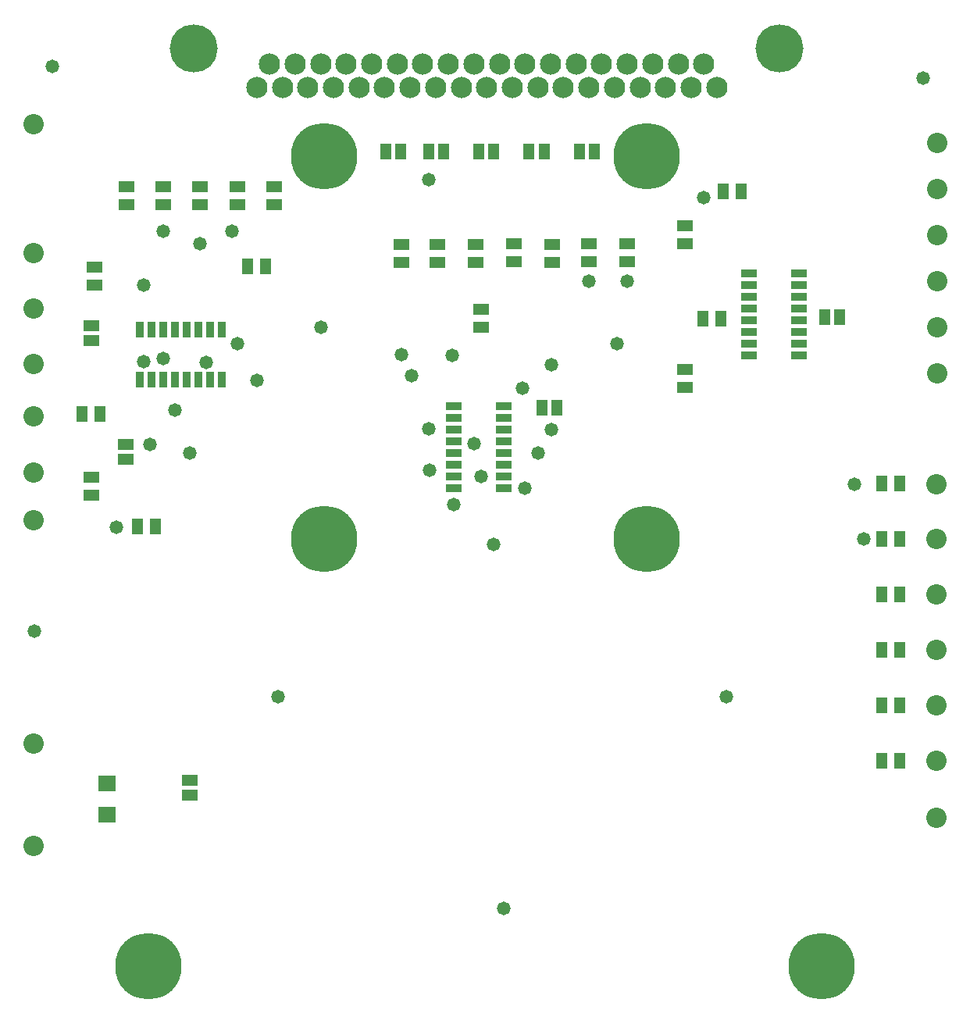
<source format=gts>
G04*
G04 #@! TF.GenerationSoftware,Altium Limited,Altium Designer,19.0.9 (268)*
G04*
G04 Layer_Color=8388736*
%FSLAX25Y25*%
%MOIN*%
G70*
G01*
G75*
%ADD13R,0.06509X0.04540*%
%ADD14R,0.04816X0.06587*%
%ADD15R,0.06587X0.04816*%
%ADD16R,0.04540X0.06509*%
%ADD17R,0.03359X0.06804*%
%ADD18R,0.06804X0.03359*%
%ADD19R,0.07414X0.06784*%
%ADD20C,0.08674*%
%ADD21C,0.20485*%
%ADD22C,0.09068*%
%ADD23C,0.28359*%
%ADD24C,0.05800*%
D13*
X-168247Y235296D02*
D03*
Y242973D02*
D03*
X-166823Y325017D02*
D03*
Y332695D02*
D03*
X85347Y288937D02*
D03*
Y281260D02*
D03*
Y350394D02*
D03*
Y342717D02*
D03*
X60591Y342520D02*
D03*
Y334842D02*
D03*
X44252Y342520D02*
D03*
Y334842D02*
D03*
X28543Y342323D02*
D03*
Y334646D02*
D03*
X12165Y342520D02*
D03*
Y334842D02*
D03*
X-1772Y314764D02*
D03*
Y307087D02*
D03*
X-4173Y342323D02*
D03*
Y334646D02*
D03*
X-20512Y342323D02*
D03*
Y334646D02*
D03*
X-35669Y342323D02*
D03*
Y334646D02*
D03*
X-90158Y367126D02*
D03*
Y359449D02*
D03*
X-105906Y367028D02*
D03*
Y359351D02*
D03*
X-121654Y367028D02*
D03*
Y359351D02*
D03*
X-137402Y366930D02*
D03*
Y359253D02*
D03*
X-153150Y367126D02*
D03*
Y359449D02*
D03*
D14*
X30489Y272800D02*
D03*
X24111D02*
D03*
X46496Y381890D02*
D03*
X40118D02*
D03*
X25069D02*
D03*
X18691D02*
D03*
X3642D02*
D03*
X-2736D02*
D03*
X-17785D02*
D03*
X-24163D02*
D03*
X-36024D02*
D03*
X-42402D02*
D03*
X144811Y311400D02*
D03*
X151189D02*
D03*
D15*
X-168000Y307589D02*
D03*
Y301211D02*
D03*
X-153543Y250558D02*
D03*
Y256936D02*
D03*
X-125984Y107441D02*
D03*
Y113819D02*
D03*
D16*
X-164362Y269889D02*
D03*
X-172039D02*
D03*
X-140812Y222018D02*
D03*
X-148489D02*
D03*
X109252Y364961D02*
D03*
X101575D02*
D03*
X176772Y121949D02*
D03*
X169095D02*
D03*
X92886Y310551D02*
D03*
X100563D02*
D03*
X169095Y145768D02*
D03*
X176772D02*
D03*
X169291Y216535D02*
D03*
X176969D02*
D03*
X169291Y240256D02*
D03*
X176969D02*
D03*
X169095Y169291D02*
D03*
X176772D02*
D03*
X169095Y192913D02*
D03*
X176772D02*
D03*
X-93740Y332933D02*
D03*
X-101417D02*
D03*
D17*
X-147421Y305953D02*
D03*
X-142421D02*
D03*
X-137421D02*
D03*
X-132421D02*
D03*
X-127421D02*
D03*
X-122421D02*
D03*
X-117421D02*
D03*
X-112421D02*
D03*
Y284598D02*
D03*
X-117421D02*
D03*
X-122421D02*
D03*
X-127421D02*
D03*
X-132421D02*
D03*
X-137421D02*
D03*
X-142421D02*
D03*
X-147421D02*
D03*
D18*
X133858Y330059D02*
D03*
Y325059D02*
D03*
Y320059D02*
D03*
Y315059D02*
D03*
Y310059D02*
D03*
Y305059D02*
D03*
Y300059D02*
D03*
Y295059D02*
D03*
X112504D02*
D03*
Y300059D02*
D03*
Y305059D02*
D03*
Y310059D02*
D03*
Y315059D02*
D03*
Y320059D02*
D03*
Y325059D02*
D03*
Y330059D02*
D03*
X8000Y273406D02*
D03*
Y268406D02*
D03*
Y263405D02*
D03*
Y258405D02*
D03*
Y253405D02*
D03*
Y248406D02*
D03*
Y243406D02*
D03*
Y238405D02*
D03*
X-13354D02*
D03*
Y243406D02*
D03*
Y248406D02*
D03*
Y253405D02*
D03*
Y258405D02*
D03*
Y263405D02*
D03*
Y268406D02*
D03*
Y273406D02*
D03*
D19*
X-161417Y112445D02*
D03*
Y99060D02*
D03*
D20*
X192717Y97677D02*
D03*
X-192913Y393602D02*
D03*
X192520Y121949D02*
D03*
Y145669D02*
D03*
Y169291D02*
D03*
X192717Y192913D02*
D03*
Y216535D02*
D03*
Y240158D02*
D03*
X-192913Y338583D02*
D03*
Y315059D02*
D03*
Y291339D02*
D03*
Y269153D02*
D03*
Y245130D02*
D03*
Y224508D02*
D03*
X192913Y287303D02*
D03*
Y306988D02*
D03*
Y326673D02*
D03*
Y346358D02*
D03*
Y366043D02*
D03*
Y385728D02*
D03*
X-192864Y85728D02*
D03*
X-192913Y129390D02*
D03*
D21*
X-124449Y426102D02*
D03*
X125591D02*
D03*
D22*
X93307Y419291D02*
D03*
X82402D02*
D03*
X71496D02*
D03*
X60591D02*
D03*
X49685D02*
D03*
X38780D02*
D03*
X27874D02*
D03*
X16969D02*
D03*
X6063D02*
D03*
X-4843D02*
D03*
X-15748D02*
D03*
X-26654D02*
D03*
X-37559D02*
D03*
X-48465D02*
D03*
X-59370D02*
D03*
X-70276D02*
D03*
X-81181D02*
D03*
X-92087D02*
D03*
X98779Y409291D02*
D03*
X87874D02*
D03*
X76968D02*
D03*
X66063D02*
D03*
X55158D02*
D03*
X44252D02*
D03*
X33347D02*
D03*
X22441D02*
D03*
X11535D02*
D03*
X630D02*
D03*
X-10276D02*
D03*
X-21181D02*
D03*
X-32087D02*
D03*
X-42992D02*
D03*
X-53898D02*
D03*
X-64803D02*
D03*
X-75709D02*
D03*
X-97520D02*
D03*
X-86614D02*
D03*
D23*
X143701Y34252D02*
D03*
X-143701D02*
D03*
X68898Y379921D02*
D03*
X-68898D02*
D03*
Y216535D02*
D03*
X68898D02*
D03*
D24*
X-97520Y284411D02*
D03*
X-31496Y286321D02*
D03*
X28213Y263405D02*
D03*
X-157571Y221518D02*
D03*
X-192333Y177165D02*
D03*
X8000Y59055D02*
D03*
X3622Y214216D02*
D03*
X56063Y300135D02*
D03*
X-70276Y307086D02*
D03*
X-184630Y418412D02*
D03*
X187008Y413386D02*
D03*
X-88583Y149190D02*
D03*
X103003D02*
D03*
X-13354Y231361D02*
D03*
X-1772Y243406D02*
D03*
X-4843Y257197D02*
D03*
X28179Y291160D02*
D03*
X-143173Y256936D02*
D03*
X-145669Y292422D02*
D03*
X-119193Y292143D02*
D03*
X-105945Y300135D02*
D03*
X-108110Y348032D02*
D03*
X-121654Y342519D02*
D03*
X-137402Y293511D02*
D03*
X-137324Y348071D02*
D03*
X15748Y281120D02*
D03*
X22441Y253405D02*
D03*
X16969Y238405D02*
D03*
X44252Y326673D02*
D03*
X60591Y326772D02*
D03*
X-24163Y263779D02*
D03*
X161417Y216535D02*
D03*
X157480Y240158D02*
D03*
X-125984Y253405D02*
D03*
X-23622Y246004D02*
D03*
X-35669Y295276D02*
D03*
X-14043Y295059D02*
D03*
X93307Y362205D02*
D03*
X-24163Y370079D02*
D03*
X-132421Y271654D02*
D03*
X-145669Y325059D02*
D03*
M02*

</source>
